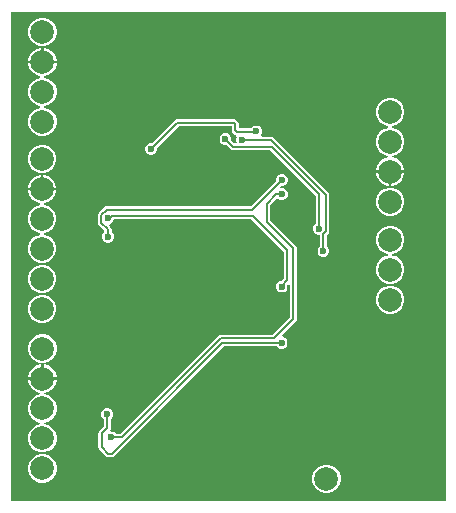
<source format=gbl>
G04*
G04 #@! TF.GenerationSoftware,Altium Limited,Altium Designer,23.2.1 (34)*
G04*
G04 Layer_Physical_Order=2*
G04 Layer_Color=16711680*
%FSTAX44Y44*%
%MOMM*%
G71*
G04*
G04 #@! TF.SameCoordinates,9BF6DC58-3579-49A4-A00A-48C36C1373D3*
G04*
G04*
G04 #@! TF.FilePolarity,Positive*
G04*
G01*
G75*
%ADD11C,0.2000*%
%ADD30C,2.0000*%
%ADD31C,0.6000*%
G36*
X0058641Y0017109D02*
X0021834D01*
X0021834Y0058491D01*
X0058641D01*
X0058641Y0017109D01*
D02*
G37*
%LPC*%
G36*
X0024658Y0058D02*
X0024342D01*
X00240368Y00579182D01*
X00237632Y00577602D01*
X00235398Y00575368D01*
X00233818Y00572632D01*
X00233Y0056958D01*
Y0056642D01*
X00233818Y00563368D01*
X00235398Y00560632D01*
X00237632Y00558398D01*
X00240368Y00556818D01*
X0024342Y00556D01*
X0024658D01*
X00249632Y00556818D01*
X00252368Y00558398D01*
X00254602Y00560632D01*
X00256182Y00563368D01*
X00257Y0056642D01*
Y0056958D01*
X00256182Y00572632D01*
X00254602Y00575368D01*
X00252368Y00577602D01*
X00249632Y00579182D01*
X0024658Y0058D01*
D02*
G37*
G36*
Y005545D02*
X00246D01*
Y005435D01*
X00257D01*
Y0054408D01*
X00256182Y00547132D01*
X00254602Y00549868D01*
X00252368Y00552102D01*
X00249632Y00553682D01*
X0024658Y005545D01*
D02*
G37*
G36*
X00244D02*
X0024342D01*
X00240368Y00553682D01*
X00237632Y00552102D01*
X00235398Y00549868D01*
X00233818Y00547132D01*
X00233Y0054408D01*
Y005435D01*
X00244D01*
Y005545D01*
D02*
G37*
G36*
X00257Y005415D02*
X00245D01*
X00233D01*
Y0054092D01*
X00233818Y00537868D01*
X00235398Y00535132D01*
X00237632Y00532898D01*
X00240368Y00531318D01*
X0024342Y005305D01*
Y0052925D01*
X00240368Y00528432D01*
X00237632Y00526852D01*
X00235398Y00524618D01*
X00233818Y00521882D01*
X00233Y0051883D01*
Y0051567D01*
X00233818Y00512618D01*
X00235398Y00509882D01*
X00237632Y00507648D01*
X00240368Y00506068D01*
X0024342Y0050525D01*
Y00504D01*
X00240368Y00503182D01*
X00237632Y00501602D01*
X00235398Y00499368D01*
X00233818Y00496632D01*
X00233Y0049358D01*
Y0049042D01*
X00233818Y00487368D01*
X00235398Y00484632D01*
X00237632Y00482398D01*
X00240368Y00480818D01*
X0024342Y0048D01*
X0024658D01*
X00249632Y00480818D01*
X00252368Y00482398D01*
X00254602Y00484632D01*
X00256182Y00487368D01*
X00257Y0049042D01*
Y0049358D01*
X00256182Y00496632D01*
X00254602Y00499368D01*
X00252368Y00501602D01*
X00249632Y00503182D01*
X0024658Y00504D01*
Y0050525D01*
X00249632Y00506068D01*
X00252368Y00507648D01*
X00254602Y00509882D01*
X00256182Y00512618D01*
X00257Y0051567D01*
Y0051883D01*
X00256182Y00521882D01*
X00254602Y00524618D01*
X00252368Y00526852D01*
X00249632Y00528432D01*
X0024658Y0052925D01*
Y005305D01*
X00249632Y00531318D01*
X00252368Y00532898D01*
X00254602Y00535132D01*
X00256182Y00537868D01*
X00257Y0054092D01*
Y005415D01*
D02*
G37*
G36*
X00407Y00494309D02*
X00407Y00494309D01*
X0035925D01*
X00358079Y00494076D01*
X00357087Y00493413D01*
X00357087Y00493413D01*
X00337674Y00474D01*
X00336005D01*
X00334168Y00473239D01*
X00332761Y00471832D01*
X00332Y00469995D01*
Y00468005D01*
X00332761Y00466168D01*
X00334168Y00464761D01*
X00336005Y00464D01*
X00337995D01*
X00339832Y00464761D01*
X00341239Y00466168D01*
X00342Y00468005D01*
Y00469674D01*
X00360517Y00488191D01*
X00405191D01*
Y0048475D01*
X00405191Y0048475D01*
X00405424Y00483579D01*
X00406087Y00482587D01*
X00407587Y00481087D01*
X00408579Y00480424D01*
X00409051Y0048033D01*
X00409112Y00480283D01*
X0040974Y00479056D01*
X00409739Y00478926D01*
X0040925Y00477745D01*
Y00475755D01*
X00409493Y0047517D01*
X00408823Y00474127D01*
X00407531Y00474039D01*
X00404995Y00476576D01*
Y00478245D01*
X00404233Y00480082D01*
X00402827Y00481489D01*
X00400989Y0048225D01*
X00399D01*
X00397162Y00481489D01*
X00395756Y00480082D01*
X00394995Y00478245D01*
Y00476255D01*
X00395756Y00474418D01*
X00397162Y00473011D01*
X00399Y0047225D01*
X00400669D01*
X00404332Y00468587D01*
X00404332Y00468587D01*
X00405324Y00467924D01*
X00406495Y00467691D01*
X00406495Y00467691D01*
X00437983D01*
X00476441Y00429233D01*
Y00405512D01*
X00475261Y00404332D01*
X004745Y00402495D01*
Y00400505D01*
X00475261Y00398668D01*
X00476667Y00397261D01*
X00478505Y003965D01*
X00479941D01*
Y00386512D01*
X00478761Y00385332D01*
X00478Y00383495D01*
Y00381505D01*
X00478761Y00379668D01*
X00480168Y00378261D01*
X00482005Y003775D01*
X00483995D01*
X00485832Y00378261D01*
X00487239Y00379668D01*
X00488Y00381505D01*
Y00383495D01*
X00487239Y00385332D01*
X00486059Y00386512D01*
Y00395955D01*
X00487163Y00397059D01*
X00487826Y00398052D01*
X00488059Y00399222D01*
Y0043D01*
X00488059Y0043D01*
X00487826Y00431171D01*
X00487163Y00432163D01*
X00440913Y00478413D01*
X00439921Y00479076D01*
X0043875Y00479309D01*
X0043875Y00479309D01*
X00430676D01*
X0043015Y00480579D01*
X00430489Y00480918D01*
X0043125Y00482755D01*
Y00484745D01*
X00430489Y00486582D01*
X00429082Y00487989D01*
X00427245Y0048875D01*
X00425255D01*
X00423418Y00487989D01*
X00422011Y00486582D01*
X00421898Y00486309D01*
X00411309D01*
Y0049D01*
X00411309Y0049D01*
X00411076Y00491171D01*
X00410413Y00492163D01*
X00410413Y00492163D01*
X00409163Y00493413D01*
X00408171Y00494076D01*
X00407Y00494309D01*
D02*
G37*
G36*
X0054108Y0051225D02*
X0053792D01*
X00534868Y00511432D01*
X00532132Y00509852D01*
X00529898Y00507618D01*
X00528318Y00504882D01*
X005275Y0050183D01*
Y0049867D01*
X00528318Y00495618D01*
X00529898Y00492882D01*
X00532132Y00490648D01*
X00534868Y00489068D01*
X0053792Y0048825D01*
Y00487D01*
X00534868Y00486182D01*
X00532132Y00484602D01*
X00529898Y00482368D01*
X00528318Y00479632D01*
X005275Y0047658D01*
Y0047342D01*
X00528318Y00470368D01*
X00529898Y00467632D01*
X00532132Y00465398D01*
X00534868Y00463818D01*
X0053792Y00463D01*
Y0046175D01*
X00534868Y00460932D01*
X00532132Y00459352D01*
X00529898Y00457118D01*
X00528318Y00454382D01*
X005275Y0045133D01*
Y0045075D01*
X005395D01*
X005515D01*
Y0045133D01*
X00550682Y00454382D01*
X00549102Y00457118D01*
X00546868Y00459352D01*
X00544132Y00460932D01*
X0054108Y0046175D01*
Y00463D01*
X00544132Y00463818D01*
X00546868Y00465398D01*
X00549102Y00467632D01*
X00550682Y00470368D01*
X005515Y0047342D01*
Y0047658D01*
X00550682Y00479632D01*
X00549102Y00482368D01*
X00546868Y00484602D01*
X00544132Y00486182D01*
X0054108Y00487D01*
Y0048825D01*
X00544132Y00489068D01*
X00546868Y00490648D01*
X00549102Y00492882D01*
X00550682Y00495618D01*
X005515Y0049867D01*
Y0050183D01*
X00550682Y00504882D01*
X00549102Y00507618D01*
X00546868Y00509852D01*
X00544132Y00511432D01*
X0054108Y0051225D01*
D02*
G37*
G36*
X0024633Y004725D02*
X0024317D01*
X00240118Y00471682D01*
X00237382Y00470102D01*
X00235148Y00467868D01*
X00233568Y00465132D01*
X0023275Y0046208D01*
Y0045892D01*
X00233568Y00455868D01*
X00235148Y00453132D01*
X00237382Y00450898D01*
X00240118Y00449318D01*
X0024317Y004485D01*
X0024633D01*
X00249382Y00449318D01*
X00252118Y00450898D01*
X00254352Y00453132D01*
X00255932Y00455868D01*
X0025675Y0045892D01*
Y0046208D01*
X00255932Y00465132D01*
X00254352Y00467868D01*
X00252118Y00470102D01*
X00249382Y00471682D01*
X0024633Y004725D01*
D02*
G37*
G36*
X005515Y0044875D02*
X005405D01*
Y0043775D01*
X0054108D01*
X00544132Y00438568D01*
X00546868Y00440148D01*
X00549102Y00442382D01*
X00550682Y00445118D01*
X005515Y0044817D01*
Y0044875D01*
D02*
G37*
G36*
X005385D02*
X005275D01*
Y0044817D01*
X00528318Y00445118D01*
X00529898Y00442382D01*
X00532132Y00440148D01*
X00534868Y00438568D01*
X0053792Y0043775D01*
X005385D01*
Y0044875D01*
D02*
G37*
G36*
X0024633Y00447D02*
X0024575D01*
Y00436D01*
X0025675D01*
Y0043658D01*
X00255932Y00439632D01*
X00254352Y00442368D01*
X00252118Y00444602D01*
X00249382Y00446182D01*
X0024633Y00447D01*
D02*
G37*
G36*
X0024375D02*
X0024317D01*
X00240118Y00446182D01*
X00237382Y00444602D01*
X00235148Y00442368D01*
X00233568Y00439632D01*
X0023275Y0043658D01*
Y00436D01*
X0024375D01*
Y00447D01*
D02*
G37*
G36*
X00448745Y004475D02*
X00446755D01*
X00444918Y00446739D01*
X00443511Y00445332D01*
X0044275Y00443494D01*
Y00441826D01*
X00421483Y00420559D01*
X00299722D01*
X00299722Y00420559D01*
X00298551Y00420326D01*
X00297559Y00419663D01*
X00292837Y00414941D01*
X00292174Y00413949D01*
X00291941Y00412778D01*
X00291941Y00412778D01*
Y00406629D01*
X00291941Y00406628D01*
X00292174Y00405458D01*
X00292837Y00404466D01*
X0029732Y00399982D01*
Y00398642D01*
X00296261Y00397582D01*
X002955Y00395745D01*
Y00393755D01*
X00296261Y00391918D01*
X00297668Y00390511D01*
X00299505Y0038975D01*
X00301495D01*
X00303332Y00390511D01*
X00304739Y00391918D01*
X003055Y00393755D01*
Y00395745D01*
X00304739Y00397582D01*
X00303559Y00398762D01*
Y00401128D01*
X00303559Y00401129D01*
X00303326Y00402299D01*
X00302663Y00403291D01*
X00302663Y00403291D01*
X00301378Y00404577D01*
X00301925Y00405825D01*
X00303582Y00406511D01*
X00304989Y00407918D01*
X0030562Y00409441D01*
X00421983D01*
X00449441Y00381983D01*
Y00359439D01*
X00447503Y003575D01*
X00446506D01*
X00444668Y00356739D01*
X00443261Y00355332D01*
X004425Y00353494D01*
Y00351505D01*
X00443261Y00349668D01*
X00444668Y00348261D01*
X00446506Y003475D01*
X00448495D01*
X00450332Y00348261D01*
X00451739Y00349668D01*
X004525Y00351505D01*
Y00353494D01*
X00452397Y00353743D01*
X00453268Y00354614D01*
X00454441Y00354128D01*
Y00326267D01*
X00439733Y00311559D01*
X00396D01*
X00396Y00311559D01*
X00394829Y00311326D01*
X00393837Y00310663D01*
X00393837Y00310663D01*
X00310955Y00227781D01*
X00307512D01*
X00306332Y00228961D01*
X00304495Y00229722D01*
X00303172D01*
X00302519Y00230992D01*
X00302826Y00231451D01*
X00303059Y00232621D01*
Y00240238D01*
X00304239Y00241418D01*
X00305Y00243255D01*
Y00245245D01*
X00304239Y00247082D01*
X00302832Y00248489D01*
X00300995Y0024925D01*
X00299005D01*
X00297168Y00248489D01*
X00295761Y00247082D01*
X00295Y00245245D01*
Y00243255D01*
X00295761Y00241418D01*
X00296941Y00240238D01*
Y00233888D01*
X00293337Y00230284D01*
X00292674Y00229292D01*
X00292441Y00228121D01*
X00292441Y00228121D01*
Y002165D01*
X00292441Y002165D01*
X00292674Y00215329D01*
X00293337Y00214337D01*
X00298759Y00208916D01*
X00298759Y00208916D01*
X00299751Y00208253D01*
X00300922Y0020802D01*
X00300922Y0020802D01*
X0030355D01*
X0030355Y0020802D01*
X00304721Y00208253D01*
X00305713Y00208916D01*
X00398739Y00301941D01*
X00443488D01*
X00444668Y00300761D01*
X00446506Y003D01*
X00448495D01*
X00450332Y00300761D01*
X00451739Y00302168D01*
X004525Y00304005D01*
Y00305994D01*
X00451739Y00307832D01*
X00450332Y00309239D01*
X00448495Y0031D01*
X00448485D01*
X00447999Y00311173D01*
X00459663Y00322837D01*
X00459663Y00322837D01*
X00460326Y00323829D01*
X00460559Y00325D01*
Y00385D01*
X00460559Y00385D01*
X00460326Y00386171D01*
X00459663Y00387163D01*
X00459663Y00387163D01*
X00438059Y00408767D01*
Y00421233D01*
X00444002Y00427177D01*
X00444918Y00426261D01*
X00446755Y004255D01*
X00448745D01*
X00450582Y00426261D01*
X00451989Y00427668D01*
X0045275Y00429505D01*
Y00431495D01*
X00451989Y00433332D01*
X00450582Y00434739D01*
X00448745Y004355D01*
X00446872D01*
X00446619Y00435804D01*
X00446235Y00436659D01*
X00447076Y004375D01*
X00448745D01*
X00450582Y00438261D01*
X00451989Y00439668D01*
X0045275Y00441505D01*
Y00443494D01*
X00451989Y00445332D01*
X00450582Y00446739D01*
X00448745Y004475D01*
D02*
G37*
G36*
X0054108Y0043625D02*
X0053792D01*
X00534868Y00435432D01*
X00532132Y00433852D01*
X00529898Y00431618D01*
X00528318Y00428882D01*
X005275Y0042583D01*
Y0042267D01*
X00528318Y00419618D01*
X00529898Y00416882D01*
X00532132Y00414648D01*
X00534868Y00413068D01*
X0053792Y0041225D01*
X0054108D01*
X00544132Y00413068D01*
X00546868Y00414648D01*
X00549102Y00416882D01*
X00550682Y00419618D01*
X005515Y0042267D01*
Y0042583D01*
X00550682Y00428882D01*
X00549102Y00431618D01*
X00546868Y00433852D01*
X00544132Y00435432D01*
X0054108Y0043625D01*
D02*
G37*
G36*
X0025675Y00434D02*
X0024475D01*
X0023275D01*
Y0043342D01*
X00233568Y00430368D01*
X00235148Y00427632D01*
X00237382Y00425398D01*
X00240118Y00423818D01*
X0024317Y00423D01*
Y0042175D01*
X00240118Y00420932D01*
X00237382Y00419352D01*
X00235148Y00417118D01*
X00233568Y00414382D01*
X0023275Y0041133D01*
Y0040817D01*
X00233568Y00405118D01*
X00235148Y00402382D01*
X00237382Y00400148D01*
X00240118Y00398568D01*
X0024317Y0039775D01*
Y003965D01*
X00240118Y00395682D01*
X00237382Y00394102D01*
X00235148Y00391868D01*
X00233568Y00389132D01*
X0023275Y0038608D01*
Y0038292D01*
X00233568Y00379868D01*
X00235148Y00377132D01*
X00237382Y00374898D01*
X00240118Y00373318D01*
X0024317Y003725D01*
X0024633D01*
X00249382Y00373318D01*
X00252118Y00374898D01*
X00254352Y00377132D01*
X00255932Y00379868D01*
X0025675Y0038292D01*
Y0038608D01*
X00255932Y00389132D01*
X00254352Y00391868D01*
X00252118Y00394102D01*
X00249382Y00395682D01*
X0024633Y003965D01*
Y0039775D01*
X00249382Y00398568D01*
X00252118Y00400148D01*
X00254352Y00402382D01*
X00255932Y00405118D01*
X0025675Y0040817D01*
Y0041133D01*
X00255932Y00414382D01*
X00254352Y00417118D01*
X00252118Y00419352D01*
X00249382Y00420932D01*
X0024633Y0042175D01*
Y00423D01*
X00249382Y00423818D01*
X00252118Y00425398D01*
X00254352Y00427632D01*
X00255932Y00430368D01*
X0025675Y0043342D01*
Y00434D01*
D02*
G37*
G36*
X0054108Y00404D02*
X0053792D01*
X00534868Y00403182D01*
X00532132Y00401602D01*
X00529898Y00399368D01*
X00528318Y00396632D01*
X005275Y0039358D01*
Y0039042D01*
X00528318Y00387368D01*
X00529898Y00384632D01*
X00532132Y00382398D01*
X00534868Y00380818D01*
X0053792Y0038D01*
Y0037875D01*
X00534868Y00377932D01*
X00532132Y00376352D01*
X00529898Y00374118D01*
X00528318Y00371382D01*
X005275Y0036833D01*
Y0036517D01*
X00528318Y00362118D01*
X00529898Y00359382D01*
X00532132Y00357148D01*
X00534868Y00355568D01*
X0053792Y0035475D01*
X0054108D01*
X00544132Y00355568D01*
X00546868Y00357148D01*
X00549102Y00359382D01*
X00550682Y00362118D01*
X005515Y0036517D01*
Y0036833D01*
X00550682Y00371382D01*
X00549102Y00374118D01*
X00546868Y00376352D01*
X00544132Y00377932D01*
X0054108Y0037875D01*
Y0038D01*
X00544132Y00380818D01*
X00546868Y00382398D01*
X00549102Y00384632D01*
X00550682Y00387368D01*
X005515Y0039042D01*
Y0039358D01*
X00550682Y00396632D01*
X00549102Y00399368D01*
X00546868Y00401602D01*
X00544132Y00403182D01*
X0054108Y00404D01*
D02*
G37*
G36*
X00246311Y0037091D02*
X00243151D01*
X00240099Y00370093D01*
X00237362Y00368513D01*
X00235128Y00366279D01*
X00233548Y00363542D01*
X00232731Y0036049D01*
Y00357331D01*
X00233548Y00354278D01*
X00235128Y00351542D01*
X00237362Y00349308D01*
X00240099Y00347728D01*
X00243151Y0034691D01*
X00246311D01*
X00249363Y00347728D01*
X00252099Y00349308D01*
X00254333Y00351542D01*
X00255913Y00354278D01*
X00256731Y00357331D01*
Y0036049D01*
X00255913Y00363542D01*
X00254333Y00366279D01*
X00252099Y00368513D01*
X00249363Y00370093D01*
X00246311Y0037091D01*
D02*
G37*
G36*
X0054108Y0035325D02*
X0053792D01*
X00534868Y00352432D01*
X00532132Y00350852D01*
X00529898Y00348618D01*
X00528318Y00345882D01*
X005275Y0034283D01*
Y0033967D01*
X00528318Y00336618D01*
X00529898Y00333882D01*
X00532132Y00331648D01*
X00534868Y00330068D01*
X0053792Y0032925D01*
X0054108D01*
X00544132Y00330068D01*
X00546868Y00331648D01*
X00549102Y00333882D01*
X00550682Y00336618D01*
X005515Y0033967D01*
Y0034283D01*
X00550682Y00345882D01*
X00549102Y00348618D01*
X00546868Y00350852D01*
X00544132Y00352432D01*
X0054108Y0035325D01*
D02*
G37*
G36*
X0024633Y003455D02*
X0024317D01*
X00240118Y00344682D01*
X00237382Y00343102D01*
X00235148Y00340868D01*
X00233568Y00338132D01*
X0023275Y0033508D01*
Y0033192D01*
X00233568Y00328868D01*
X00235148Y00326132D01*
X00237382Y00323898D01*
X00240118Y00322318D01*
X0024317Y003215D01*
X0024633D01*
X00249382Y00322318D01*
X00252118Y00323898D01*
X00254352Y00326132D01*
X00255932Y00328868D01*
X0025675Y0033192D01*
Y0033508D01*
X00255932Y00338132D01*
X00254352Y00340868D01*
X00252118Y00343102D01*
X00249382Y00344682D01*
X0024633Y003455D01*
D02*
G37*
G36*
X0024658Y00312D02*
X0024342D01*
X00240368Y00311182D01*
X00237632Y00309602D01*
X00235398Y00307368D01*
X00233818Y00304632D01*
X00233Y0030158D01*
Y0029842D01*
X00233818Y00295368D01*
X00235398Y00292632D01*
X00237632Y00290398D01*
X00240368Y00288818D01*
X0024342Y00288D01*
X0024658D01*
X00249632Y00288818D01*
X00252368Y00290398D01*
X00254602Y00292632D01*
X00256182Y00295368D01*
X00257Y0029842D01*
Y0030158D01*
X00256182Y00304632D01*
X00254602Y00307368D01*
X00252368Y00309602D01*
X00249632Y00311182D01*
X0024658Y00312D01*
D02*
G37*
G36*
Y002865D02*
X00246D01*
Y002755D01*
X00257D01*
Y0027608D01*
X00256182Y00279132D01*
X00254602Y00281868D01*
X00252368Y00284102D01*
X00249632Y00285682D01*
X0024658Y002865D01*
D02*
G37*
G36*
X00244D02*
X0024342D01*
X00240368Y00285682D01*
X00237632Y00284102D01*
X00235398Y00281868D01*
X00233818Y00279132D01*
X00233Y0027608D01*
Y002755D01*
X00244D01*
Y002865D01*
D02*
G37*
G36*
X00257Y002735D02*
X00245D01*
X00233D01*
Y0027292D01*
X00233818Y00269868D01*
X00235398Y00267132D01*
X00237632Y00264898D01*
X00240368Y00263318D01*
X0024342Y002625D01*
Y0026125D01*
X00240368Y00260432D01*
X00237632Y00258852D01*
X00235398Y00256618D01*
X00233818Y00253882D01*
X00233Y0025083D01*
Y0024767D01*
X00233818Y00244618D01*
X00235398Y00241882D01*
X00237632Y00239648D01*
X00240368Y00238068D01*
X0024342Y0023725D01*
Y00236D01*
X00240368Y00235182D01*
X00237632Y00233602D01*
X00235398Y00231368D01*
X00233818Y00228632D01*
X00233Y0022558D01*
Y0022242D01*
X00233818Y00219368D01*
X00235398Y00216632D01*
X00237632Y00214398D01*
X00240368Y00212818D01*
X0024342Y00212D01*
X0024658D01*
X00249632Y00212818D01*
X00252368Y00214398D01*
X00254602Y00216632D01*
X00256182Y00219368D01*
X00257Y0022242D01*
Y0022558D01*
X00256182Y00228632D01*
X00254602Y00231368D01*
X00252368Y00233602D01*
X00249632Y00235182D01*
X0024658Y00236D01*
Y0023725D01*
X00249632Y00238068D01*
X00252368Y00239648D01*
X00254602Y00241882D01*
X00256182Y00244618D01*
X00257Y0024767D01*
Y0025083D01*
X00256182Y00253882D01*
X00254602Y00256618D01*
X00252368Y00258852D01*
X00249632Y00260432D01*
X0024658Y0026125D01*
Y002625D01*
X00249632Y00263318D01*
X00252368Y00264898D01*
X00254602Y00267132D01*
X00256182Y00269868D01*
X00257Y0027292D01*
Y002735D01*
D02*
G37*
G36*
X0024658Y002105D02*
X0024342D01*
X00240368Y00209682D01*
X00237632Y00208102D01*
X00235398Y00205868D01*
X00233818Y00203132D01*
X00233Y0020008D01*
Y0019692D01*
X00233818Y00193868D01*
X00235398Y00191132D01*
X00237632Y00188898D01*
X00240368Y00187318D01*
X0024342Y001865D01*
X0024658D01*
X00249632Y00187318D01*
X00252368Y00188898D01*
X00254602Y00191132D01*
X00256182Y00193868D01*
X00257Y0019692D01*
Y0020008D01*
X00256182Y00203132D01*
X00254602Y00205868D01*
X00252368Y00208102D01*
X00249632Y00209682D01*
X0024658Y002105D01*
D02*
G37*
G36*
X0048708Y0020175D02*
X0048392D01*
X00480868Y00200932D01*
X00478132Y00199352D01*
X00475898Y00197118D01*
X00474318Y00194382D01*
X004735Y0019133D01*
Y0018817D01*
X00474318Y00185118D01*
X00475898Y00182382D01*
X00478132Y00180148D01*
X00480868Y00178568D01*
X0048392Y0017775D01*
X0048708D01*
X00490132Y00178568D01*
X00492868Y00180148D01*
X00495102Y00182382D01*
X00496682Y00185118D01*
X004975Y0018817D01*
Y0019133D01*
X00496682Y00194382D01*
X00495102Y00197118D01*
X00492868Y00199352D01*
X00490132Y00200932D01*
X0048708Y0020175D01*
D02*
G37*
%LPD*%
D11*
X004795Y004015D02*
Y004305D01*
X00312222Y00224722D02*
X00396Y003085D01*
X0030355Y00211078D02*
X00397472Y00305D01*
X00483Y003825D02*
Y00397222D01*
X0043925Y0047075D02*
X004795Y004305D01*
X003035Y00224722D02*
X00312222D01*
X00300922Y00211078D02*
X0030355D01*
X004475Y00353172D02*
X004525Y00358172D01*
Y0038325D01*
X0042325Y004125D02*
X004525Y0038325D01*
X00435Y004225D02*
X00443Y004305D01*
X00435Y004075D02*
Y004225D01*
X00443Y004305D02*
X0044775D01*
X00435Y004075D02*
X004575Y00385D01*
X00301832Y0041075D02*
X00303582Y004125D01*
X0042325D01*
X0030075Y0041075D02*
X00301832D01*
X00299722Y004175D02*
X0042275D01*
X0044775Y004425D01*
X00295Y00412778D02*
X00299722Y004175D01*
X004575Y00325D02*
Y00385D01*
X00441Y003085D02*
X004575Y00325D01*
X00406495Y0047075D02*
X0043925D01*
X00485Y00399222D02*
Y0043D01*
X0043875Y0047625D02*
X00485Y0043D01*
X0041475Y0047625D02*
X0043875D01*
X004475Y003525D02*
Y00353172D01*
X00396Y003085D02*
X00441D01*
X00397472Y00305D02*
X004475D01*
X00337Y00469D02*
X0035925Y0049125D01*
X00483Y00397222D02*
X00485Y00399222D01*
X0040975Y0048325D02*
X0042575D01*
X0042625Y0048375D01*
X0040825Y0048475D02*
X0040975Y0048325D01*
X0041425Y0047675D02*
X0041475Y0047625D01*
X00399995Y0047725D02*
X00406495Y0047075D01*
X0040825Y0048475D02*
Y0049D01*
X00407Y0049125D02*
X0040825Y0049D01*
X0035925Y0049125D02*
X00407D01*
X003005Y0039475D02*
Y00401129D01*
X002955Y002165D02*
X00300922Y00211078D01*
X00295Y00406628D02*
Y00412778D01*
Y00406628D02*
X003005Y00401129D01*
X002955Y002165D02*
Y00228121D01*
X003Y00232621D02*
Y0024425D01*
X002955Y00228121D02*
X003Y00232621D01*
D30*
X00245Y00568D02*
D03*
Y0051725D02*
D03*
Y005425D02*
D03*
Y00492D02*
D03*
Y002745D02*
D03*
Y0024925D02*
D03*
Y00224D02*
D03*
Y001985D02*
D03*
Y003D02*
D03*
X005395Y0050025D02*
D03*
Y0034125D02*
D03*
Y00392D02*
D03*
Y0036675D02*
D03*
Y0042425D02*
D03*
Y00475D02*
D03*
Y0044975D02*
D03*
X0024475Y00435D02*
D03*
Y0040975D02*
D03*
Y003845D02*
D03*
Y004605D02*
D03*
X00244731Y0035891D02*
D03*
X0024475Y003335D02*
D03*
X004855Y0018975D02*
D03*
D31*
X004795Y004015D02*
D03*
X003485Y0027425D02*
D03*
X0034Y0039475D02*
D03*
Y0031475D02*
D03*
X00483Y003825D02*
D03*
X00481582Y00371802D02*
D03*
X0048Y0027475D02*
D03*
X002625Y0058D02*
D03*
X00285Y004825D02*
D03*
X00275Y004025D02*
D03*
X00295Y004225D02*
D03*
X003Y0036D02*
D03*
X0031Y00265D02*
D03*
X003525Y0047D02*
D03*
X004525Y004825D02*
D03*
X0056Y00245D02*
D03*
X002225Y002725D02*
D03*
Y002075D02*
D03*
Y001775D02*
D03*
Y002425D02*
D03*
Y003025D02*
D03*
X00281236Y00314815D02*
D03*
X00279736Y00332315D02*
D03*
X00232236Y00345315D02*
D03*
X00231486Y00371315D02*
D03*
X00259486Y00423315D02*
D03*
X00230986Y00422315D02*
D03*
X00232236Y00504315D02*
D03*
X00232486Y00529815D02*
D03*
X00222236Y00560315D02*
D03*
X00223236Y00578565D02*
D03*
X0058Y0055475D02*
D03*
X0056Y0051475D02*
D03*
X0058Y0047475D02*
D03*
Y0039475D02*
D03*
X0056Y0035475D02*
D03*
X0054Y0055475D02*
D03*
X0052Y0051475D02*
D03*
Y0035475D02*
D03*
X0054Y0023475D02*
D03*
X005Y0055475D02*
D03*
X0048Y0051475D02*
D03*
X005Y0047475D02*
D03*
Y0039475D02*
D03*
X0046Y0055475D02*
D03*
X0044Y0051475D02*
D03*
Y0027475D02*
D03*
X0046Y0023475D02*
D03*
X0044Y0019475D02*
D03*
X0042Y0055475D02*
D03*
X004Y0043475D02*
D03*
X0042Y0039475D02*
D03*
X004Y0035475D02*
D03*
X0042Y0031475D02*
D03*
X004Y0027475D02*
D03*
X0042Y0023475D02*
D03*
X004Y0019475D02*
D03*
X0038Y0055475D02*
D03*
Y0047475D02*
D03*
X0036Y0043475D02*
D03*
X0038Y0039475D02*
D03*
X0036Y0035475D02*
D03*
X0038Y0031475D02*
D03*
Y0023475D02*
D03*
X0036Y0019475D02*
D03*
X0034Y0055475D02*
D03*
Y0023475D02*
D03*
X0032Y0019475D02*
D03*
X003Y0055475D02*
D03*
X0028Y0051475D02*
D03*
Y0043475D02*
D03*
Y0035475D02*
D03*
X003Y0031475D02*
D03*
X0028Y0019475D02*
D03*
X0026Y0047475D02*
D03*
Y0031475D02*
D03*
X00531Y0025575D02*
D03*
X0053175Y0021875D02*
D03*
X00531Y0028775D02*
D03*
X00563Y0028775D02*
D03*
X00499D02*
D03*
Y0031975D02*
D03*
X00522085Y0023464D02*
D03*
X00499Y0025575D02*
D03*
X00563D02*
D03*
X00531Y0031975D02*
D03*
X00563D02*
D03*
X00269082Y00514302D02*
D03*
X00326582Y00496802D02*
D03*
Y00511802D02*
D03*
X00501582Y00456802D02*
D03*
X00504082Y00416802D02*
D03*
X0053175Y0020725D02*
D03*
Y0019575D02*
D03*
X0053425Y0018575D02*
D03*
X003035Y00224722D02*
D03*
X00547239Y00409112D02*
D03*
X00337Y00469D02*
D03*
X0044775Y004305D02*
D03*
X004475Y003525D02*
D03*
X0042625Y0048375D02*
D03*
X0041425Y0047675D02*
D03*
X00399995Y0047725D02*
D03*
X0044775Y004425D02*
D03*
X004475Y00305D02*
D03*
X003005Y0039475D02*
D03*
X0030075Y0041075D02*
D03*
X003Y0024425D02*
D03*
M02*

</source>
